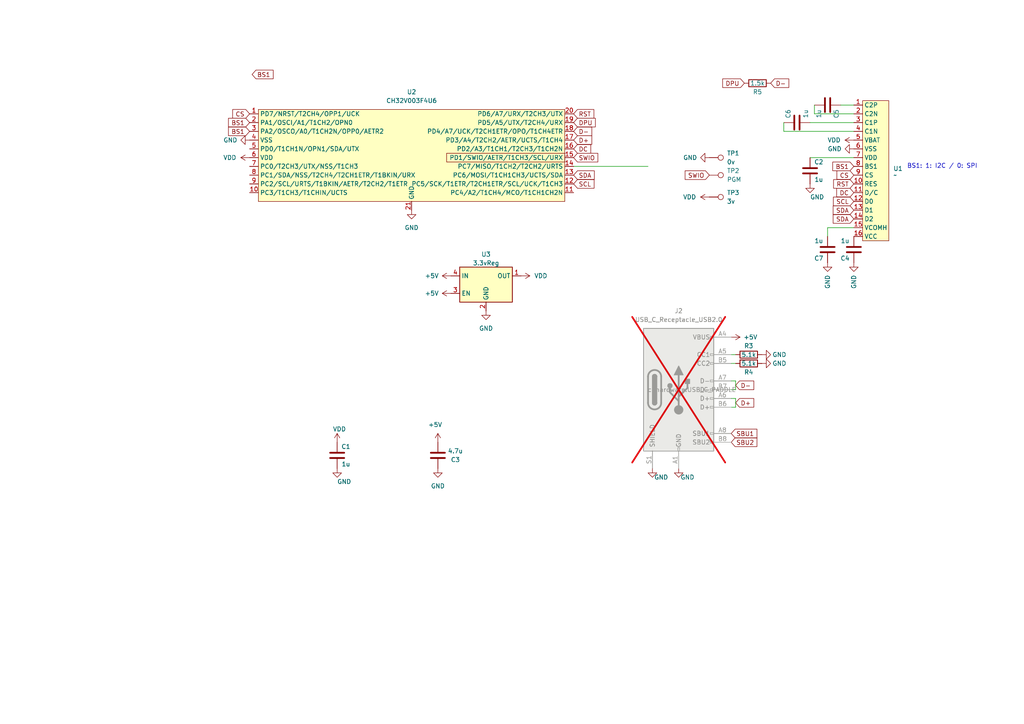
<source format=kicad_sch>
(kicad_sch (version 20231120) (generator "eeschema") (generator_version "8.0")
  (paper "A4")
  (lib_symbols
    (symbol "CH32V003F4U6:CH32V003F4U6"
      (property "Reference" "U" (at 0 0 0))
      (property "Value" "CH32V003F4U6" (at 0 3.81 0))
      (symbol "CH32V003F4U6_0_1"
        (rectangle (start -44.45 12.7) (end 44.45 -13.97) (fill (type background)))
        (rectangle (start 10.16 0) (end 44.45 -2.54) (fill (type background)))
      )
      (symbol "CH32V003F4U6_1_1"
        (pin bidirectional line (at -46.99 11.43 0) (length 2.54) (name "PD7/NRST/T2CH4/OPP1/UCK") (number "1"))
        (pin bidirectional line (at -46.99 -11.43 0) (length 2.54) (name "PC3/T1CH3/T1CHIN/UCTS") (number "10"))
        (pin bidirectional line (at 46.99 -11.43 180) (length 2.54) (name "PC4/A2/T1CH4/MCO/T1CH1CH2N") (number "11"))
        (pin bidirectional line (at 46.99 -8.89 180) (length 2.54) (name "PC5/SCK/T1ETR/T2CH1ETR/SCL/UCK/T1CH3") (number "12"))
        (pin bidirectional line (at 46.99 -6.35 180) (length 2.54) (name "PC6/MOSI/T1CH1CH3/UCTS/SDA") (number "13"))
        (pin bidirectional line (at 46.99 -3.81 180) (length 2.54) (name "PC7/MISO/T1CH2/T2CH2/URTS") (number "14"))
        (pin bidirectional line (at 46.99 -1.27 180) (length 2.54) (name "PD1/SWIO/AETR/T1CH3/SCL/URX") (number "15"))
        (pin bidirectional line (at 46.99 1.27 180) (length 2.54) (name "PD2/A3/T1CH1/T2CH3/T1CH2N") (number "16"))
        (pin bidirectional line (at 46.99 3.81 180) (length 2.54) (name "PD3/A4/T2CH2/AETR/UCTS/T1CH4") (number "17"))
        (pin bidirectional line (at 46.99 6.35 180) (length 2.54) (name "PD4/A7/UCK/T2CH1ETR/OPO/T1CH4ETR") (number "18"))
        (pin bidirectional line (at 46.99 8.89 180) (length 2.54) (name "PD5/A5/UTX/T2CH4/URX") (number "19"))
        (pin bidirectional line (at -46.99 8.89 0) (length 2.54) (name "PA1/OSCI/A1/T1CH2/OPN0") (number "2"))
        (pin bidirectional line (at 46.99 11.43 180) (length 2.54) (name "PD6/A7/URX/T2CH3/UTX") (number "20"))
        (pin bidirectional line (at 0 -16.51 90) (length 2.54) (name "GND") (number "21"))
        (pin bidirectional line (at -46.99 6.35 0) (length 2.54) (name "PA2/OSCO/A0/T1CH2N/OPP0/AETR2") (number "3"))
        (pin bidirectional line (at -46.99 3.81 0) (length 2.54) (name "VSS") (number "4"))
        (pin bidirectional line (at -46.99 1.27 0) (length 2.54) (name "PD0/T1CH1N/OPN1/SDA/UTX") (number "5"))
        (pin bidirectional line (at -46.99 -1.27 0) (length 2.54) (name "VDD") (number "6"))
        (pin bidirectional line (at -46.99 -3.81 0) (length 2.54) (name "PC0/T2CH3/UTX/NSS/T1CH3") (number "7"))
        (pin bidirectional line (at -46.99 -6.35 0) (length 2.54) (name "PC1/SDA/NSS/T2CH4/T2CH1ETR/T1BKIN/URX") (number "8"))
        (pin bidirectional line (at -46.99 -8.89 0) (length 2.54) (name "PC2/SCL/URTS/T1BKIN/AETR/T2CH2/T1ETR") (number "9"))
      )
    )
    (symbol "Connector:TestPoint" (pin_numbers hide) (pin_names (offset 0.762) hide)
      (property "Reference" "TP" (at 0 6.858 0))
      (property "Value" "TestPoint" (at 0 5.08 0))
      (symbol "TestPoint_0_1"
        (circle (center 0 3.302) (radius 0.762))
      )
      (symbol "TestPoint_1_1"
        (pin passive line (at 0 0 90) (length 2.54) (name "1") (number "1"))
      )
    )
    (symbol "Connector:USB_C_Receptacle_USB2.0" (pin_names (offset 1.016))
      (property "Reference" "J" (at -10.16 19.05 0))
      (property "Value" "USB_C_Receptacle_USB2.0" (at 19.05 19.05 0))
      (symbol "USB_C_Receptacle_USB2.0_0_0"
        (rectangle (start -0.254 -17.78) (end 0.254 -16.764))
        (rectangle (start 10.16 -14.986) (end 9.144 -15.494))
        (rectangle (start 10.16 -12.446) (end 9.144 -12.954))
        (rectangle (start 10.16 -4.826) (end 9.144 -5.334))
        (rectangle (start 10.16 -2.286) (end 9.144 -2.794))
        (rectangle (start 10.16 0.254) (end 9.144 -0.254))
        (rectangle (start 10.16 2.794) (end 9.144 2.286))
        (rectangle (start 10.16 7.874) (end 9.144 7.366))
        (rectangle (start 10.16 10.414) (end 9.144 9.906))
        (rectangle (start 10.16 15.494) (end 9.144 14.986))
      )
      (symbol "USB_C_Receptacle_USB2.0_0_1"
        (rectangle (start -10.16 17.78) (end 10.16 -17.78) (stroke (width 0.254)) (fill (type background)))
        (arc (start -8.89 -3.81) (mid -6.985 -5.7067) (end -5.08 -3.81) (stroke (width 0.508)))
        (arc (start -7.62 -3.81) (mid -6.985 -4.4423) (end -6.35 -3.81) (stroke (width 0.254)))
        (arc (start -7.62 -3.81) (mid -6.985 -4.4423) (end -6.35 -3.81) (stroke (width 0.254)) (fill (type outline)))
        (rectangle (start -7.62 -3.81) (end -6.35 3.81) (stroke (width 0.254)) (fill (type outline)))
        (arc (start -6.35 3.81) (mid -6.985 4.4423) (end -7.62 3.81) (stroke (width 0.254)))
        (arc (start -6.35 3.81) (mid -6.985 4.4423) (end -7.62 3.81) (stroke (width 0.254)) (fill (type outline)))
        (arc (start -5.08 3.81) (mid -6.985 5.7067) (end -8.89 3.81) (stroke (width 0.508)))
        (circle (center -2.54 1.143) (radius 0.635) (stroke (width 0.254)) (fill (type outline)))
        (circle (center 0 -5.842) (radius 1.27) (fill (type outline)))
        (polyline (pts (xy -8.89 -3.81) (xy -8.89 3.81)) (stroke (width 0.508)))
        (polyline (pts (xy -5.08 3.81) (xy -5.08 -3.81)) (stroke (width 0.508)))
        (polyline (pts (xy 0 -5.842) (xy 0 4.318)) (stroke (width 0.508)))
        (polyline (pts (xy 0 -3.302) (xy -2.54 -0.762) (xy -2.54 0.508)) (stroke (width 0.508)))
        (polyline (pts (xy 0 -2.032) (xy 2.54 0.508) (xy 2.54 1.778)) (stroke (width 0.508)))
        (polyline (pts (xy -1.27 4.318) (xy 0 6.858) (xy 1.27 4.318) (xy -1.27 4.318)) (stroke (width 0.254)) (fill (type outline)))
        (rectangle (start 1.905 1.778) (end 3.175 3.048) (stroke (width 0.254)) (fill (type outline)))
      )
      (symbol "USB_C_Receptacle_USB2.0_1_1"
        (pin passive line (at 0 -22.86 90) (length 5.08) (name "GND") (number "A1"))
        (pin passive line (at 0 -22.86 90) (length 5.08) hide (name "GND") (number "A12"))
        (pin passive line (at 15.24 15.24 180) (length 5.08) (name "VBUS") (number "A4"))
        (pin bidirectional line (at 15.24 10.16 180) (length 5.08) (name "CC1") (number "A5"))
        (pin bidirectional line (at 15.24 -2.54 180) (length 5.08) (name "D+") (number "A6"))
        (pin bidirectional line (at 15.24 2.54 180) (length 5.08) (name "D-") (number "A7"))
        (pin bidirectional line (at 15.24 -12.7 180) (length 5.08) (name "SBU1") (number "A8"))
        (pin passive line (at 15.24 15.24 180) (length 5.08) hide (name "VBUS") (number "A9"))
        (pin passive line (at 0 -22.86 90) (length 5.08) hide (name "GND") (number "B1"))
        (pin passive line (at 0 -22.86 90) (length 5.08) hide (name "GND") (number "B12"))
        (pin passive line (at 15.24 15.24 180) (length 5.08) hide (name "VBUS") (number "B4"))
        (pin bidirectional line (at 15.24 7.62 180) (length 5.08) (name "CC2") (number "B5"))
        (pin bidirectional line (at 15.24 -5.08 180) (length 5.08) (name "D+") (number "B6"))
        (pin bidirectional line (at 15.24 0 180) (length 5.08) (name "D-") (number "B7"))
        (pin bidirectional line (at 15.24 -15.24 180) (length 5.08) (name "SBU2") (number "B8"))
        (pin passive line (at 15.24 15.24 180) (length 5.08) hide (name "VBUS") (number "B9"))
        (pin passive line (at -7.62 -22.86 90) (length 5.08) (name "SHIELD") (number "S1"))
      )
    )
    (symbol "Device:C" (pin_numbers hide) (pin_names (offset 0.254))
      (property "Reference" "C" (at 0.635 2.54 0))
      (property "Value" "C" (at 0.635 -2.54 0))
      (symbol "C_0_1"
        (polyline (pts (xy -2.032 -0.762) (xy 2.032 -0.762)) (stroke (width 0.508)))
        (polyline (pts (xy -2.032 0.762) (xy 2.032 0.762)) (stroke (width 0.508)))
      )
      (symbol "C_1_1"
        (pin passive line (at 0 3.81 270) (length 2.794) (name "~") (number "1"))
        (pin passive line (at 0 -3.81 90) (length 2.794) (name "~") (number "2"))
      )
    )
    (symbol "Device:R" (pin_numbers hide) (pin_names (offset 0))
      (property "Reference" "R" (at 2.032 0 90))
      (property "Value" "R" (at 0 0 90))
      (symbol "R_0_1"
        (rectangle (start -1.016 -2.54) (end 1.016 2.54) (stroke (width 0.254)))
      )
      (symbol "R_1_1"
        (pin passive line (at 0 3.81 270) (length 1.27) (name "~") (number "1"))
        (pin passive line (at 0 -3.81 90) (length 1.27) (name "~") (number "2"))
      )
    )
    (symbol "Regulator_Linear:NCP115AMX120TCG"
      (property "Reference" "U" (at 2.54 10.16 0))
      (property "Value" "NCP115AMX120TCG" (at 10.16 7.62 0))
      (symbol "NCP115AMX120TCG_0_1"
        (rectangle (start -7.62 5.08) (end 7.62 -5.08) (stroke (width 0.254)) (fill (type background)))
      )
      (symbol "NCP115AMX120TCG_1_1"
        (pin power_out line (at 10.16 2.54 180) (length 2.54) (name "OUT") (number "1"))
        (pin power_in line (at 0 -7.62 90) (length 2.54) (name "GND") (number "2"))
        (pin input line (at -10.16 -2.54 0) (length 2.54) (name "EN") (number "3"))
        (pin power_in line (at -10.16 2.54 0) (length 2.54) (name "IN") (number "4"))
        (pin passive line (at 0 -7.62 90) (length 2.54) hide (name "GND") (number "5"))
      )
    )
    (symbol "cnhardware:OLED-0.42-72x40"
      (property "Reference" "U" (at -1.016 21.336 0))
      (symbol "OLED-0.42-72x40_1_1"
        (rectangle (start -3.81 20.32) (end 3.81 -20.32) (fill (type background)))
        (pin bidirectional line (at -6.35 19.05 0) (length 2.54) (name "C2P") (number "1"))
        (pin bidirectional line (at -6.35 -3.81 0) (length 2.54) (name "RES") (number "10"))
        (pin bidirectional line (at -6.35 -6.35 0) (length 2.54) (name "D/C") (number "11"))
        (pin bidirectional line (at -6.35 -8.89 0) (length 2.54) (name "D0") (number "12"))
        (pin bidirectional line (at -6.35 -11.43 0) (length 2.54) (name "D1") (number "13"))
        (pin bidirectional line (at -6.35 -13.97 0) (length 2.54) (name "D2") (number "14"))
        (pin bidirectional line (at -6.35 -16.51 0) (length 2.54) (name "VCOMH") (number "15"))
        (pin bidirectional line (at -6.35 -19.05 0) (length 2.54) (name "VCC") (number "16"))
        (pin bidirectional line (at -6.35 16.51 0) (length 2.54) (name "C2N") (number "2"))
        (pin bidirectional line (at -6.35 13.97 0) (length 2.54) (name "C1P") (number "3"))
        (pin bidirectional line (at -6.35 11.43 0) (length 2.54) (name "C1N") (number "4"))
        (pin bidirectional line (at -6.35 8.89 0) (length 2.54) (name "VBAT") (number "5"))
        (pin bidirectional line (at -6.35 6.35 0) (length 2.54) (name "VSS") (number "6"))
        (pin bidirectional line (at -6.35 3.81 0) (length 2.54) (name "VDD") (number "7"))
        (pin bidirectional line (at -6.35 1.27 0) (length 2.54) (name "BS1") (number "8"))
        (pin bidirectional line (at -6.35 -1.27 0) (length 2.54) (name "CS") (number "9"))
      )
    )
    (symbol "power:+5V" (power) (pin_names (offset 0))
      (property "Value" "+5V" (at 0 3.556 0))
      (symbol "+5V_0_1"
        (polyline (pts (xy -0.762 1.27) (xy 0 2.54)))
        (polyline (pts (xy 0 0) (xy 0 2.54)))
        (polyline (pts (xy 0 2.54) (xy 0.762 1.27)))
      )
      (symbol "+5V_1_1"
        (pin power_in line (at 0 0 90) (length 0) hide (name "+5V") (number "1"))
      )
    )
    (symbol "power:GND" (power) (pin_names (offset 0))
      (property "Value" "GND" (at 0 -3.81 0))
      (symbol "GND_0_1"
        (polyline (pts (xy 0 0) (xy 0 -1.27) (xy 1.27 -1.27) (xy 0 -2.54) (xy -1.27 -1.27) (xy 0 -1.27)))
      )
      (symbol "GND_1_1"
        (pin power_in line (at 0 0 270) (length 0) hide (name "GND") (number "1"))
      )
    )
    (symbol "power:VDD" (power) (pin_names (offset 0))
      (property "Value" "VDD" (at 0 3.81 0))
      (symbol "VDD_0_1"
        (polyline (pts (xy -0.762 1.27) (xy 0 2.54)))
        (polyline (pts (xy 0 0) (xy 0 2.54)))
        (polyline (pts (xy 0 2.54) (xy 0.762 1.27)))
      )
      (symbol "VDD_1_1"
        (pin power_in line (at 0 0 90) (length 0) hide (name "VDD") (number "1"))
      )
    )
  )
  (wire (pts (xy 213.36 118.11) (xy 212.09 118.11)))
  (wire (pts (xy 240.03 66.04) (xy 247.65 66.04)))
  (wire (pts (xy 212.09 113.03) (xy 213.36 113.03)))
  (wire (pts (xy 240.03 68.58) (xy 240.03 66.04)))
  (wire (pts (xy 234.95 45.72) (xy 247.65 45.72)))
  (wire (pts (xy 213.36 115.57) (xy 213.36 118.11)))
  (wire (pts (xy 243.84 30.48) (xy 247.65 30.48)))
  (wire (pts (xy 236.22 33.02) (xy 247.65 33.02)))
  (wire (pts (xy 227.33 38.1) (xy 227.33 35.56)))
  (wire (pts (xy 236.22 30.48) (xy 236.22 33.02)))
  (wire (pts (xy 213.36 115.57) (xy 212.09 115.57)))
  (wire (pts (xy 213.36 110.49) (xy 212.09 110.49)))
  (wire (pts (xy 213.36 110.49) (xy 213.36 113.03)))
  (wire (pts (xy 166.37 48.26) (xy 187.96 48.26)))
  (wire (pts (xy 212.09 105.41) (xy 213.36 105.41)))
  (wire (pts (xy 234.95 35.56) (xy 247.65 35.56)))
  (wire (pts (xy 247.65 38.1) (xy 227.33 38.1)))
  (wire (pts (xy 212.09 102.87) (xy 213.36 102.87)))
  (text "BS1: 1: I2C / 0: SPI" (at 273.304 48.26 0) (effects (font (size 1.27 1.27))))
  (global_label "D+" (shape input) (at 166.37 40.64 0) (property "Intersheetrefs" "${INTERSHEET_REFS}" (effects (hide yes))))
  (global_label "SWIO" (shape input) (at 166.37 45.72 0) (property "Intersheetrefs" "${INTERSHEET_REFS}" (effects (hide yes))))
  (global_label "SWIO" (shape input) (at 205.74 50.8 180) (property "Intersheetrefs" "${INTERSHEET_REFS}" (effects (hide yes))))
  (global_label "SDA" (shape input) (at 247.65 63.5 180) (property "Intersheetrefs" "${INTERSHEET_REFS}" (effects (hide yes))))
  (global_label "DPU" (shape input) (at 215.9 24.13 180) (property "Intersheetrefs" "${INTERSHEET_REFS}" (effects (hide yes))))
  (global_label "DC" (shape input) (at 166.37 43.18 0) (property "Intersheetrefs" "${INTERSHEET_REFS}" (effects (hide yes))))
  (global_label "D-" (shape input) (at 213.36 111.76 0) (property "Intersheetrefs" "${INTERSHEET_REFS}" (effects (hide yes))))
  (global_label "SDA" (shape input) (at 166.37 50.8 0) (property "Intersheetrefs" "${INTERSHEET_REFS}" (effects (hide yes))))
  (global_label "RST" (shape input) (at 166.37 33.02 0) (property "Intersheetrefs" "${INTERSHEET_REFS}" (effects (hide yes))))
  (global_label "BS1" (shape input) (at 247.65 48.26 180) (property "Intersheetrefs" "${INTERSHEET_REFS}" (effects (hide yes))))
  (global_label "SCL" (shape input) (at 166.37 53.34 0) (property "Intersheetrefs" "${INTERSHEET_REFS}" (effects (hide yes))))
  (global_label "D-" (shape input) (at 223.52 24.13 0) (property "Intersheetrefs" "${INTERSHEET_REFS}" (effects (hide yes))))
  (global_label "CS" (shape input) (at 72.39 33.02 180) (property "Intersheetrefs" "${INTERSHEET_REFS}" (effects (hide yes))))
  (global_label "CS" (shape input) (at 247.65 50.8 180) (property "Intersheetrefs" "${INTERSHEET_REFS}" (effects (hide yes))))
  (global_label "BS1" (shape input) (at 73.1147 21.5972 0) (property "Intersheetrefs" "${INTERSHEET_REFS}" (effects (hide yes))))
  (global_label "SDA" (shape input) (at 247.65 60.96 180) (property "Intersheetrefs" "${INTERSHEET_REFS}" (effects (hide yes))))
  (global_label "D-" (shape input) (at 166.37 38.1 0) (property "Intersheetrefs" "${INTERSHEET_REFS}" (effects (hide yes))))
  (global_label "SBU1" (shape input) (at 212.09 125.73 0) (property "Intersheetrefs" "${INTERSHEET_REFS}" (effects (hide yes))))
  (global_label "RST" (shape input) (at 247.65 53.34 180) (property "Intersheetrefs" "${INTERSHEET_REFS}" (effects (hide yes))))
  (global_label "SCL" (shape input) (at 247.65 58.42 180) (property "Intersheetrefs" "${INTERSHEET_REFS}" (effects (hide yes))))
  (global_label "BS1" (shape input) (at 72.39 38.1 180) (property "Intersheetrefs" "${INTERSHEET_REFS}" (effects (hide yes))))
  (global_label "DC" (shape input) (at 247.65 55.88 180) (property "Intersheetrefs" "${INTERSHEET_REFS}" (effects (hide yes))))
  (global_label "DPU" (shape input) (at 166.37 35.56 0) (property "Intersheetrefs" "${INTERSHEET_REFS}" (effects (hide yes))))
  (global_label "D+" (shape input) (at 213.36 116.84 0) (property "Intersheetrefs" "${INTERSHEET_REFS}" (effects (hide yes))))
  (global_label "SBU2" (shape input) (at 212.09 128.27 0) (property "Intersheetrefs" "${INTERSHEET_REFS}" (effects (hide yes))))
  (global_label "BS1" (shape input) (at 72.39 35.56 180) (property "Intersheetrefs" "${INTERSHEET_REFS}" (effects (hide yes))))
  (symbol (lib_id "power:VDD") (at 97.79 128.27 0) (unit 1)
    (property "Reference" "#PWR04" (effects (hide yes)))
    (property "Value" "VDD" (at 96.52 124.46 0) (effects (justify left)))
  )
  (symbol (lib_id "Connector:TestPoint") (at 205.74 45.72 270) (unit 1)
    (property "Reference" "TP1" (at 210.82 44.4499 90) (effects (justify left)))
    (property "Value" "0v" (at 210.82 46.9899 90) (effects (justify left)))
    (property "Footprint" "TestPoint:TestPoint_Pad_D1.0mm" (effects (hide yes)))
    (property "Description" "test point" (effects (hide yes)))
  )
  (symbol (lib_id "power:GND") (at 127 135.89 0) (unit 1)
    (property "Reference" "#PWR010" (effects (hide yes)))
    (property "Value" "GND" (at 127 140.97 0))
  )
  (symbol (lib_id "Device:C") (at 234.95 49.53 180) (unit 1)
    (property "Reference" "C2" (at 237.49 46.99 0))
    (property "Value" "1u" (at 237.49 52.07 0))
    (property "Footprint" "Resistor_SMD:R_0402_1005Metric" (effects (hide yes)))
    (property "LCSC" "C52923" (effects (hide yes)))
  )
  (symbol (lib_id "power:GND") (at 196.85 135.89 0) (unit 1)
    (property "Reference" "#PWR015" (effects (hide yes)))
    (property "Value" "GND" (at 199.39 138.43 0))
  )
  (symbol (lib_id "power:GND") (at 119.38 60.96 0) (unit 1)
    (property "Reference" "#PWR08" (effects (hide yes)))
    (property "Value" "GND" (at 119.38 66.04 0))
  )
  (symbol (lib_id "cnhardware:OLED-0.42-72x40") (at 254 49.53 0) (unit 1)
    (property "Reference" "U1" (at 259.08 48.8949 0) (effects (justify left)))
    (property "Value" "~" (at 259.08 50.8 0) (effects (justify left)))
    (property "Footprint" "cnhardware:P0.65mm_16_pin_OLED_FLEX_CONTACT" (effects (hide yes)))
  )
  (symbol (lib_id "power:+5V") (at 130.81 80.01 90) (unit 1)
    (property "Reference" "#PWR027" (effects (hide yes)))
    (property "Value" "+5V" (at 123.19 80.01 90) (effects (justify right)))
  )
  (symbol (lib_id "Connector:TestPoint") (at 205.74 57.15 270) (unit 1)
    (property "Reference" "TP3" (at 210.82 55.8799 90) (effects (justify left)))
    (property "Value" "3v" (at 210.82 58.4199 90) (effects (justify left)))
    (property "Footprint" "TestPoint:TestPoint_Pad_D1.0mm" (effects (hide yes)))
    (property "Description" "test point" (effects (hide yes)))
  )
  (symbol (lib_id "power:GND") (at 205.74 45.72 270) (unit 1)
    (property "Reference" "#PWR016" (effects (hide yes)))
    (property "Value" "GND" (at 198.12 45.72 90) (effects (justify left)))
  )
  (symbol (lib_id "power:GND") (at 220.98 105.41 90) (unit 1)
    (property "Reference" "#PWR021" (effects (hide yes)))
    (property "Value" "GND" (at 226.06 105.41 90))
  )
  (symbol (lib_id "Device:C") (at 240.03 72.39 0) (unit 1)
    (property "Reference" "C7" (at 237.49 74.93 0))
    (property "Value" "1u" (at 237.49 69.85 0))
    (property "Footprint" "Resistor_SMD:R_0402_1005Metric" (effects (hide yes)))
    (property "LCSC" "C52923" (effects (hide yes)))
  )
  (symbol (lib_id "power:+5V") (at 127 128.27 0) (unit 1)
    (property "Reference" "#PWR09" (effects (hide yes)))
    (property "Value" "+5V" (at 128.27 123.19 0) (effects (justify right)))
  )
  (symbol (lib_id "Device:R") (at 217.17 105.41 90) (unit 1)
    (property "Reference" "R4" (at 217.17 107.95 90))
    (property "Value" "5.1k" (at 217.17 105.41 90))
    (property "Footprint" "Resistor_SMD:R_0402_1005Metric" (effects (hide yes)))
    (property "LCSC" "C25905" (effects (hide yes)))
  )
  (symbol (lib_id "power:+5V") (at 212.09 97.79 270) (unit 1)
    (property "Reference" "#PWR019" (effects (hide yes)))
    (property "Value" "+5V" (at 219.71 97.79 90) (effects (justify right)))
  )
  (symbol (lib_id "power:VDD") (at 247.65 40.64 90) (unit 1)
    (property "Reference" "#PWR018" (effects (hide yes)))
    (property "Value" "VDD" (at 243.84 40.6399 90) (effects (justify left)))
  )
  (symbol (lib_id "power:+5V") (at 130.81 85.09 90) (unit 1)
    (property "Reference" "#PWR028" (effects (hide yes)))
    (property "Value" "+5V" (at 123.19 85.09 90) (effects (justify right)))
  )
  (symbol (lib_id "power:GND") (at 140.97 90.17 0) (unit 1)
    (property "Reference" "#PWR029" (effects (hide yes)))
    (property "Value" "GND" (at 140.97 95.25 0))
  )
  (symbol (lib_id "Regulator_Linear:NCP115AMX120TCG") (at 140.97 82.55 0) (unit 1)
    (property "Reference" "U3" (at 140.97 73.7702 0))
    (property "Value" "3.3vReg" (at 140.97 76.3071 0))
    (property "Footprint" "cnhardware:xdfn-reg" (effects (hide yes)))
    (property "Datasheet" "https://www.onsemi.com/pub/Collateral/NCP115-D.PDF" (effects (hide yes)))
    (property "LCSC" "C379350" (effects (hide yes)))
  )
  (symbol (lib_id "power:VDD") (at 205.74 57.15 90) (unit 1)
    (property "Reference" "#PWR017" (effects (hide yes)))
    (property "Value" "VDD" (at 201.93 57.1499 90) (effects (justify left)))
  )
  (symbol (lib_id "Device:R") (at 217.17 102.87 90) (unit 1)
    (property "Reference" "R3" (at 217.17 100.33 90))
    (property "Value" "5.1k" (at 217.17 102.87 90))
    (property "Footprint" "Resistor_SMD:R_0402_1005Metric" (effects (hide yes)))
    (property "LCSC" "C25905" (effects (hide yes)))
  )
  (symbol (lib_id "Device:C") (at 127 132.08 180) (unit 1)
    (property "Reference" "C3" (at 132.08 133.35 0))
    (property "Value" "4.7u" (at 132.08 130.81 0))
    (property "Footprint" "Resistor_SMD:R_0402_1005Metric" (effects (hide yes)))
    (property "LCSC" "C23733" (effects (hide yes)))
  )
  (symbol (lib_id "power:GND") (at 234.95 53.34 0) (unit 1)
    (property "Reference" "#PWR07" (effects (hide yes)))
    (property "Value" "GND" (at 234.95 57.15 0) (effects (justify left)))
  )
  (symbol (lib_id "power:GND") (at 97.79 135.89 0) (unit 1)
    (property "Reference" "#PWR05" (effects (hide yes)))
    (property "Value" "GND" (at 97.79 139.7 0) (effects (justify left)))
  )
  (symbol (lib_id "power:GND") (at 189.23 135.89 0) (unit 1)
    (property "Reference" "#PWR014" (effects (hide yes)))
    (property "Value" "GND" (at 191.77 138.43 0))
  )
  (symbol (lib_id "Connector:TestPoint") (at 205.74 50.8 270) (unit 1)
    (property "Reference" "TP2" (at 210.82 49.5299 90) (effects (justify left)))
    (property "Value" "PGM" (at 210.82 52.0699 90) (effects (justify left)))
    (property "Footprint" "TestPoint:TestPoint_Pad_D1.0mm" (effects (hide yes)))
    (property "Description" "test point" (effects (hide yes)))
  )
  (symbol (lib_id "Device:C") (at 240.03 30.48 90) (unit 1)
    (property "Reference" "C5" (at 242.57 33.02 0))
    (property "Value" "1u" (at 237.49 33.02 0))
    (property "Footprint" "Resistor_SMD:R_0402_1005Metric" (effects (hide yes)))
    (property "LCSC" "C52923" (effects (hide yes)))
  )
  (symbol (lib_id "power:VDD") (at 151.13 80.01 270) (unit 1)
    (property "Reference" "#PWR030" (effects (hide yes)))
    (property "Value" "VDD" (at 154.94 80.01 90) (effects (justify left)))
  )
  (symbol (lib_id "Device:C") (at 97.79 132.08 180) (unit 1)
    (property "Reference" "C1" (at 100.33 129.54 0))
    (property "Value" "1u" (at 100.33 134.62 0))
    (property "Footprint" "Resistor_SMD:R_0402_1005Metric" (effects (hide yes)))
    (property "LCSC" "C52923" (effects (hide yes)))
  )
  (symbol (lib_id "power:GND") (at 247.65 43.18 270) (unit 1)
    (property "Reference" "#PWR022" (effects (hide yes)))
    (property "Value" "GND" (at 240.03 43.18 90) (effects (justify left)))
  )
  (symbol (lib_id "Device:C") (at 231.14 35.56 270) (unit 1)
    (property "Reference" "C6" (at 228.6 33.02 0))
    (property "Value" "1u" (at 233.68 33.02 0))
    (property "Footprint" "Resistor_SMD:R_0402_1005Metric" (effects (hide yes)))
    (property "LCSC" "C52923" (effects (hide yes)))
  )
  (symbol (lib_id "Device:R") (at 219.71 24.13 90) (unit 1)
    (property "Reference" "R5" (at 219.71 26.67 90))
    (property "Value" "1.5k" (at 219.71 24.13 90))
    (property "Footprint" "Resistor_SMD:R_0402_1005Metric" (effects (hide yes)))
    (property "LCSC" "C25867" (effects (hide yes)))
  )
  (symbol (lib_id "Device:C") (at 247.65 72.39 0) (unit 1)
    (property "Reference" "C4" (at 245.11 74.93 0))
    (property "Value" "1u" (at 245.11 69.85 0))
    (property "Footprint" "Resistor_SMD:R_0402_1005Metric" (effects (hide yes)))
    (property "LCSC" "C52923" (effects (hide yes)))
  )
  (symbol (lib_id "power:GND") (at 240.03 76.2 0) (unit 1)
    (property "Reference" "#PWR024" (effects (hide yes)))
    (property "Value" "GND" (at 240.03 83.82 90) (effects (justify left)))
  )
  (symbol (lib_id "Connector:USB_C_Receptacle_USB2.0") (at 196.85 113.03 0) (unit 1) (dnp yes)
    (property "Reference" "J2" (at 196.85 90.17 0))
    (property "Value" "USB_C_Receptacle_USB2.0" (at 196.85 92.71 0))
    (property "Footprint" "cnhardware:USB_C_PADDLE" (at 200.66 113.03 0))
    (property "Datasheet" "https://www.usb.org/sites/default/files/documents/usb_type-c.zip" (effects (hide yes)))
  )
  (symbol (lib_id "power:GND") (at 247.65 76.2 0) (unit 1)
    (property "Reference" "#PWR01" (effects (hide yes)))
    (property "Value" "GND" (at 247.65 83.82 90) (effects (justify left)))
  )
  (symbol (lib_id "power:GND") (at 72.39 40.64 270) (unit 1)
    (property "Reference" "#PWR02" (effects (hide yes)))
    (property "Value" "GND" (at 64.77 40.64 90) (effects (justify left)))
  )
  (symbol (lib_id "CH32V003F4U6:CH32V003F4U6") (at 119.38 44.45 0) (unit 1)
    (property "Reference" "U2" (at 119.38 26.67 0))
    (property "Value" "CH32V003F4U6" (at 119.38 29.21 0))
    (property "Footprint" "Package_DFN_QFN:QFN-20-1EP_3x3mm_P0.4mm_EP1.65x1.65mm" (effects (hide yes)))
    (property "LCSC" "C5299908" (effects (hide yes)))
  )
  (symbol (lib_id "power:VDD") (at 72.39 45.72 90) (unit 1)
    (property "Reference" "#PWR03" (effects (hide yes)))
    (property "Value" "VDD" (at 68.58 45.7199 90) (effects (justify left)))
  )
  (symbol (lib_id "power:GND") (at 220.98 102.87 90) (unit 1)
    (property "Reference" "#PWR020" (effects (hide yes)))
    (property "Value" "GND" (at 226.06 102.87 90))
  )
)
</source>
